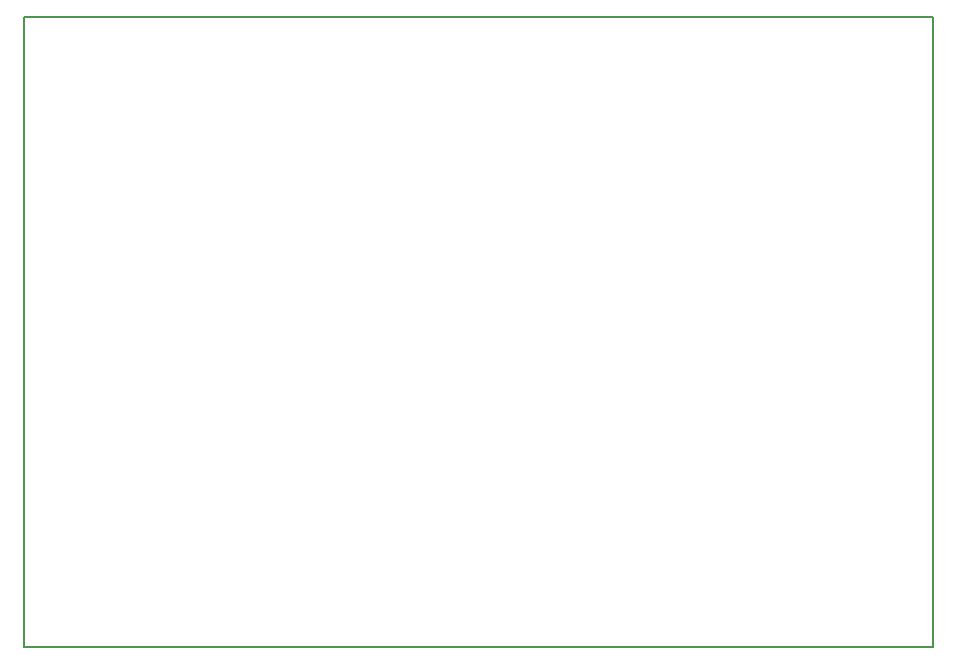
<source format=gm1>
G04 MADE WITH FRITZING*
G04 WWW.FRITZING.ORG*
G04 DOUBLE SIDED*
G04 HOLES PLATED*
G04 CONTOUR ON CENTER OF CONTOUR VECTOR*
%ASAXBY*%
%FSLAX23Y23*%
%MOIN*%
%OFA0B0*%
%SFA1.0B1.0*%
%ADD10R,3.037010X2.106650*%
%ADD11C,0.008000*%
%ADD10C,0.008*%
%LNCONTOUR*%
G90*
G70*
G54D10*
G54D11*
X8Y2099D02*
X3037Y2099D01*
X3037Y0D01*
X8Y0D01*
X8Y2099D01*
D02*
G04 End of contour*
M02*
</source>
